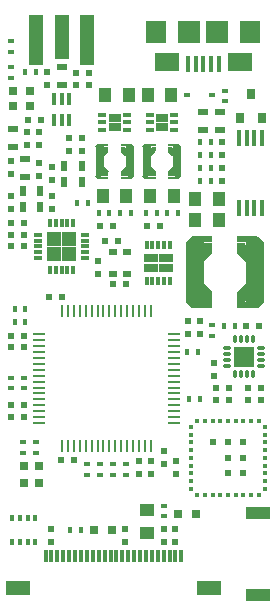
<source format=gts>
G04 #@! TF.FileFunction,Soldermask,Top*
%FSLAX46Y46*%
G04 Gerber Fmt 4.6, Leading zero omitted, Abs format (unit mm)*
G04 Created by KiCad (PCBNEW 4.0.6+dfsg1-1) date Thu Dec 21 22:59:20 2017*
%MOMM*%
%LPD*%
G01*
G04 APERTURE LIST*
%ADD10C,0.100000*%
%ADD11R,0.600000X0.500000*%
%ADD12R,0.800000X0.600000*%
%ADD13R,1.000000X0.250000*%
%ADD14R,0.250000X1.000000*%
%ADD15R,0.350000X0.500000*%
%ADD16R,1.250000X1.000000*%
%ADD17O,0.750000X0.300000*%
%ADD18O,0.300000X0.750000*%
%ADD19R,0.900000X0.900000*%
%ADD20R,0.400000X0.600000*%
%ADD21R,0.300000X1.000000*%
%ADD22R,2.000000X1.300000*%
%ADD23R,0.400000X0.300000*%
%ADD24R,0.300000X0.400000*%
%ADD25R,0.500000X0.500000*%
%ADD26R,0.600000X0.400000*%
%ADD27R,0.300000X0.730000*%
%ADD28R,0.730000X0.300000*%
%ADD29R,1.250000X1.250000*%
%ADD30R,0.500000X0.600000*%
%ADD31R,1.000000X1.250000*%
%ADD32R,0.797560X0.797560*%
%ADD33R,0.450000X1.450000*%
%ADD34R,0.650000X0.350000*%
%ADD35R,1.000000X0.800000*%
%ADD36R,0.300000X0.650000*%
%ADD37R,1.240000X0.775000*%
%ADD38R,0.900000X0.500000*%
%ADD39R,1.270000X4.191000*%
%ADD40R,1.270000X3.683000*%
%ADD41R,0.762000X2.540000*%
%ADD42R,0.889000X0.254000*%
%ADD43R,0.381000X0.444500*%
%ADD44R,0.500000X0.900000*%
%ADD45R,0.800000X0.900000*%
%ADD46R,0.600000X0.450000*%
%ADD47R,1.524000X5.080000*%
%ADD48R,1.778000X0.508000*%
%ADD49R,0.762000X0.889000*%
%ADD50R,2.000000X1.000000*%
%ADD51R,0.450000X1.000000*%
%ADD52R,0.400000X1.350000*%
%ADD53R,2.100000X1.600000*%
%ADD54R,1.900000X1.900000*%
%ADD55R,1.800000X1.900000*%
G04 APERTURE END LIST*
D10*
D11*
X51050000Y-98700000D03*
X52150000Y-98700000D03*
D12*
X56450000Y-94900000D03*
X57650000Y-94900000D03*
X56450000Y-96700000D03*
X57650000Y-96700000D03*
D13*
X50200000Y-101850000D03*
X50200000Y-102350000D03*
X50200000Y-102850000D03*
X50200000Y-103350000D03*
X50200000Y-103850000D03*
X50200000Y-104350000D03*
X50200000Y-104850000D03*
X50200000Y-105350000D03*
X50200000Y-105850000D03*
X50200000Y-106350000D03*
X50200000Y-106850000D03*
X50200000Y-107350000D03*
X50200000Y-107850000D03*
X50200000Y-108350000D03*
X50200000Y-108850000D03*
X50200000Y-109350000D03*
D14*
X52150000Y-111300000D03*
X52650000Y-111300000D03*
X53150000Y-111300000D03*
X53650000Y-111300000D03*
X54150000Y-111300000D03*
X54650000Y-111300000D03*
X55150000Y-111300000D03*
X55650000Y-111300000D03*
X56150000Y-111300000D03*
X56650000Y-111300000D03*
X57150000Y-111300000D03*
X57650000Y-111300000D03*
X58150000Y-111300000D03*
X58650000Y-111300000D03*
X59150000Y-111300000D03*
X59650000Y-111300000D03*
D13*
X61600000Y-109350000D03*
X61600000Y-108850000D03*
X61600000Y-108350000D03*
X61600000Y-107850000D03*
X61600000Y-107350000D03*
X61600000Y-106850000D03*
X61600000Y-106350000D03*
X61600000Y-105850000D03*
X61600000Y-105350000D03*
X61600000Y-104850000D03*
X61600000Y-104350000D03*
X61600000Y-103850000D03*
X61600000Y-103350000D03*
X61600000Y-102850000D03*
X61600000Y-102350000D03*
X61600000Y-101850000D03*
D14*
X59650000Y-99900000D03*
X59150000Y-99900000D03*
X58650000Y-99900000D03*
X58150000Y-99900000D03*
X57650000Y-99900000D03*
X57150000Y-99900000D03*
X56650000Y-99900000D03*
X56150000Y-99900000D03*
X55650000Y-99900000D03*
X55150000Y-99900000D03*
X54650000Y-99900000D03*
X54150000Y-99900000D03*
X53650000Y-99900000D03*
X53150000Y-99900000D03*
X52650000Y-99900000D03*
X52150000Y-99900000D03*
D15*
X47925000Y-119425000D03*
X48575000Y-119425000D03*
X49225000Y-119425000D03*
X49875000Y-119425000D03*
X47925000Y-117375000D03*
X48575000Y-117375000D03*
X49225000Y-117375000D03*
X49875000Y-117375000D03*
D16*
X59350000Y-116700000D03*
X59350000Y-118700000D03*
D17*
X66075000Y-103000000D03*
X66075000Y-103500000D03*
X66075000Y-104000000D03*
X66075000Y-104500000D03*
D18*
X66800000Y-105225000D03*
X67300000Y-105225000D03*
X67800000Y-105225000D03*
X68300000Y-105225000D03*
D17*
X69025000Y-104500000D03*
X69025000Y-104000000D03*
X69025000Y-103500000D03*
X69025000Y-103000000D03*
D18*
X68300000Y-102275000D03*
X67800000Y-102275000D03*
X67300000Y-102275000D03*
X66800000Y-102275000D03*
D19*
X68000000Y-104200000D03*
X68000000Y-103300000D03*
X67100000Y-104200000D03*
X67100000Y-103300000D03*
D20*
X62900000Y-107350000D03*
X63800000Y-107350000D03*
D21*
X50750000Y-120600000D03*
X51250000Y-120600000D03*
X51750000Y-120600000D03*
X52250000Y-120600000D03*
X52750000Y-120600000D03*
X53250000Y-120600000D03*
X53750000Y-120600000D03*
X54250000Y-120600000D03*
X54750000Y-120600000D03*
X55250000Y-120600000D03*
X55750000Y-120600000D03*
X56250000Y-120600000D03*
X56750000Y-120600000D03*
X57250000Y-120600000D03*
X57750000Y-120600000D03*
X58250000Y-120600000D03*
X58750000Y-120600000D03*
X59250000Y-120600000D03*
X59750000Y-120600000D03*
X60250000Y-120600000D03*
X60750000Y-120600000D03*
X61250000Y-120600000D03*
X61750000Y-120600000D03*
X62250000Y-120600000D03*
D22*
X48450000Y-123300000D03*
X64550000Y-123300000D03*
D23*
X69350000Y-114900000D03*
X69350000Y-114250000D03*
X69350000Y-113600000D03*
X69350000Y-112950000D03*
X69350000Y-112300000D03*
X69350000Y-111650000D03*
X69350000Y-111000000D03*
X69350000Y-110350000D03*
X69350000Y-109700000D03*
D24*
X68150000Y-109150000D03*
X67500000Y-109150000D03*
X66850000Y-109150000D03*
X66200000Y-109150000D03*
X65550000Y-109150000D03*
X64900000Y-109150000D03*
X64250000Y-109150000D03*
X63600000Y-109150000D03*
D23*
X63050000Y-109700000D03*
D24*
X68800000Y-109150000D03*
D23*
X63050000Y-110350000D03*
X63050000Y-111000000D03*
X63050000Y-111650000D03*
X63050000Y-112300000D03*
X63050000Y-112950000D03*
X63050000Y-113600000D03*
X63050000Y-114250000D03*
X63050000Y-114900000D03*
D24*
X63600000Y-115450000D03*
X64250000Y-115450000D03*
X64900000Y-115450000D03*
X65550000Y-115450000D03*
X66200000Y-115450000D03*
X66850000Y-115450000D03*
X67500000Y-115450000D03*
X68150000Y-115450000D03*
X68800000Y-115450000D03*
D25*
X66200000Y-112300000D03*
X67500000Y-112300000D03*
X66200000Y-113600000D03*
X67500000Y-113600000D03*
X66200000Y-111000000D03*
X67500000Y-111000000D03*
X64900000Y-111000000D03*
D26*
X48950000Y-105500000D03*
X48950000Y-106400000D03*
X54300000Y-112850000D03*
X54300000Y-113750000D03*
X55400000Y-113750000D03*
X55400000Y-112850000D03*
D27*
X53100000Y-92435000D03*
X52600000Y-92435000D03*
X52100000Y-92435000D03*
X51600000Y-92435000D03*
X51100000Y-92435000D03*
D28*
X50135000Y-93400000D03*
X50135000Y-93900000D03*
X50135000Y-94400000D03*
X50135000Y-94900000D03*
X50135000Y-95400000D03*
D27*
X51100000Y-96365000D03*
X51600000Y-96365000D03*
X52100000Y-96365000D03*
X52600000Y-96365000D03*
X53100000Y-96365000D03*
D28*
X54065000Y-95400000D03*
X54065000Y-94900000D03*
X54065000Y-94400000D03*
X54065000Y-93900000D03*
X54065000Y-93400000D03*
D29*
X51475000Y-95025000D03*
X52725000Y-95025000D03*
X51475000Y-93775000D03*
X52725000Y-93775000D03*
D30*
X52750000Y-86300000D03*
X52750000Y-85200000D03*
D11*
X48950000Y-92400000D03*
X47850000Y-92400000D03*
X48950000Y-94400000D03*
X47850000Y-94400000D03*
X48950000Y-93400000D03*
X47850000Y-93400000D03*
X56850000Y-93950000D03*
X55750000Y-93950000D03*
D31*
X65400000Y-92150000D03*
X63400000Y-92150000D03*
D30*
X65700000Y-88900000D03*
X65700000Y-87800000D03*
D31*
X65400000Y-90350000D03*
X63400000Y-90350000D03*
X57800000Y-81600000D03*
X55800000Y-81600000D03*
D11*
X59350000Y-92650000D03*
X60450000Y-92650000D03*
D31*
X59600000Y-90150000D03*
X61600000Y-90150000D03*
D30*
X65000000Y-104250000D03*
X65000000Y-105350000D03*
D11*
X68850000Y-101150000D03*
X67750000Y-101150000D03*
X66250000Y-106400000D03*
X65150000Y-106400000D03*
X67850000Y-106400000D03*
X68950000Y-106400000D03*
X67850000Y-107400000D03*
X68950000Y-107400000D03*
D30*
X47800000Y-91250000D03*
X47800000Y-90150000D03*
X51300000Y-90150000D03*
X51300000Y-91250000D03*
X50200000Y-88450000D03*
X50200000Y-87350000D03*
X47800000Y-88300000D03*
X47800000Y-87200000D03*
X50200000Y-85850000D03*
X50200000Y-84750000D03*
X49200000Y-85850000D03*
X49200000Y-84750000D03*
X65700000Y-86700000D03*
X65700000Y-85600000D03*
X51250000Y-118350000D03*
X51250000Y-119450000D03*
X57500000Y-118350000D03*
X57500000Y-119450000D03*
X55200000Y-95650000D03*
X55200000Y-96750000D03*
X61750000Y-118350000D03*
X61750000Y-119450000D03*
X60750000Y-118350000D03*
X60750000Y-119450000D03*
D11*
X47850000Y-101950000D03*
X48950000Y-101950000D03*
X48950000Y-108850000D03*
X47850000Y-108850000D03*
X48950000Y-107850000D03*
X47850000Y-107850000D03*
X47850000Y-102950000D03*
X48950000Y-102950000D03*
D30*
X62800000Y-100750000D03*
X62800000Y-101850000D03*
X59650000Y-113650000D03*
X59650000Y-112550000D03*
D11*
X52050000Y-112500000D03*
X53150000Y-112500000D03*
D30*
X63800000Y-100750000D03*
X63800000Y-101850000D03*
X58650000Y-113650000D03*
X58650000Y-112550000D03*
D32*
X49449300Y-82500000D03*
X47950700Y-82500000D03*
X48900000Y-112950700D03*
X48900000Y-114449300D03*
X62000700Y-117050000D03*
X63499300Y-117050000D03*
D33*
X67125000Y-91150000D03*
X67775000Y-91150000D03*
X68425000Y-91150000D03*
X69075000Y-91150000D03*
X69075000Y-85250000D03*
X68425000Y-85250000D03*
X67775000Y-85250000D03*
X67125000Y-85250000D03*
D34*
X61650000Y-84550000D03*
X61650000Y-83900000D03*
X61650000Y-83250000D03*
X59550000Y-83250000D03*
X59550000Y-83900000D03*
X59550000Y-84550000D03*
D35*
X60600000Y-83500000D03*
X60600000Y-84300000D03*
D36*
X61300000Y-94250000D03*
X60800000Y-94250000D03*
X60300000Y-94250000D03*
X59800000Y-94250000D03*
X59300000Y-94250000D03*
X59300000Y-97350000D03*
X59800000Y-97350000D03*
X60300000Y-97350000D03*
X60800000Y-97350000D03*
X61300000Y-97350000D03*
D37*
X59680000Y-96187500D03*
X60920000Y-96187500D03*
X59680000Y-95412500D03*
X60920000Y-95412500D03*
D20*
X63850000Y-88900000D03*
X64750000Y-88900000D03*
X64750000Y-87800000D03*
X63850000Y-87800000D03*
D26*
X47850000Y-106400000D03*
X47850000Y-105500000D03*
X57600000Y-113750000D03*
X57600000Y-112850000D03*
X56500000Y-112850000D03*
X56500000Y-113750000D03*
D20*
X59250000Y-91600000D03*
X60150000Y-91600000D03*
X61050000Y-91600000D03*
X61950000Y-91600000D03*
D26*
X64850000Y-101950000D03*
X64850000Y-101050000D03*
X47850000Y-77000000D03*
X47850000Y-77900000D03*
X48800000Y-110950000D03*
X48800000Y-111850000D03*
D20*
X66750000Y-101150000D03*
X65850000Y-101150000D03*
X53450000Y-90750000D03*
X54350000Y-90750000D03*
D38*
X65500000Y-83050000D03*
X65500000Y-84550000D03*
D26*
X60800000Y-116350000D03*
X60800000Y-117250000D03*
D38*
X64100000Y-84550000D03*
X64100000Y-83050000D03*
D20*
X48150000Y-99700000D03*
X49050000Y-99700000D03*
X48150000Y-100800000D03*
X49050000Y-100800000D03*
X64750000Y-86700000D03*
X63850000Y-86700000D03*
X64750000Y-85600000D03*
X63850000Y-85600000D03*
X63650000Y-103350000D03*
X62750000Y-103350000D03*
D39*
X54246300Y-76895500D03*
X49953700Y-76895500D03*
D40*
X52100000Y-76641500D03*
D31*
X61400000Y-81600000D03*
X59400000Y-81600000D03*
D11*
X55350000Y-92650000D03*
X56450000Y-92650000D03*
D31*
X55600000Y-90150000D03*
X57600000Y-90150000D03*
D20*
X55250000Y-91600000D03*
X56150000Y-91600000D03*
X57050000Y-91600000D03*
X57950000Y-91600000D03*
D34*
X57650000Y-84550000D03*
X57650000Y-83900000D03*
X57650000Y-83250000D03*
X55550000Y-83250000D03*
X55550000Y-83900000D03*
X55550000Y-84550000D03*
D35*
X56600000Y-83500000D03*
X56600000Y-84300000D03*
D41*
X61870000Y-87200000D03*
X59330000Y-87200000D03*
D42*
X61552500Y-88597000D03*
X61552500Y-85803000D03*
X59647500Y-88597000D03*
X59647500Y-85803000D03*
D43*
X61298500Y-86152250D03*
X59901500Y-86152250D03*
X59901500Y-88247750D03*
X61298500Y-88247750D03*
D10*
G36*
X61997000Y-85676038D02*
X62250962Y-85930000D01*
X61997000Y-86183962D01*
X61743038Y-85930000D01*
X61997000Y-85676038D01*
X61997000Y-85676038D01*
G37*
G36*
X61997000Y-88216038D02*
X62250962Y-88470000D01*
X61997000Y-88723962D01*
X61743038Y-88470000D01*
X61997000Y-88216038D01*
X61997000Y-88216038D01*
G37*
G36*
X59203000Y-88216038D02*
X59456962Y-88470000D01*
X59203000Y-88723962D01*
X58949038Y-88470000D01*
X59203000Y-88216038D01*
X59203000Y-88216038D01*
G37*
G36*
X59203000Y-85676038D02*
X59456962Y-85930000D01*
X59203000Y-86183962D01*
X58949038Y-85930000D01*
X59203000Y-85676038D01*
X59203000Y-85676038D01*
G37*
G36*
X61489000Y-85993737D02*
X61869763Y-86374500D01*
X61489000Y-86755263D01*
X61108237Y-86374500D01*
X61489000Y-85993737D01*
X61489000Y-85993737D01*
G37*
G36*
X61489000Y-87644737D02*
X61869763Y-88025500D01*
X61489000Y-88406263D01*
X61108237Y-88025500D01*
X61489000Y-87644737D01*
X61489000Y-87644737D01*
G37*
G36*
X59711000Y-87644737D02*
X60091763Y-88025500D01*
X59711000Y-88406263D01*
X59330237Y-88025500D01*
X59711000Y-87644737D01*
X59711000Y-87644737D01*
G37*
G36*
X59711000Y-85993737D02*
X60091763Y-86374500D01*
X59711000Y-86755263D01*
X59330237Y-86374500D01*
X59711000Y-85993737D01*
X59711000Y-85993737D01*
G37*
D41*
X57870000Y-87200000D03*
X55330000Y-87200000D03*
D42*
X57552500Y-88597000D03*
X57552500Y-85803000D03*
X55647500Y-88597000D03*
X55647500Y-85803000D03*
D43*
X57298500Y-86152250D03*
X55901500Y-86152250D03*
X55901500Y-88247750D03*
X57298500Y-88247750D03*
D10*
G36*
X57997000Y-85676038D02*
X58250962Y-85930000D01*
X57997000Y-86183962D01*
X57743038Y-85930000D01*
X57997000Y-85676038D01*
X57997000Y-85676038D01*
G37*
G36*
X57997000Y-88216038D02*
X58250962Y-88470000D01*
X57997000Y-88723962D01*
X57743038Y-88470000D01*
X57997000Y-88216038D01*
X57997000Y-88216038D01*
G37*
G36*
X55203000Y-88216038D02*
X55456962Y-88470000D01*
X55203000Y-88723962D01*
X54949038Y-88470000D01*
X55203000Y-88216038D01*
X55203000Y-88216038D01*
G37*
G36*
X55203000Y-85676038D02*
X55456962Y-85930000D01*
X55203000Y-86183962D01*
X54949038Y-85930000D01*
X55203000Y-85676038D01*
X55203000Y-85676038D01*
G37*
G36*
X57489000Y-85993737D02*
X57869763Y-86374500D01*
X57489000Y-86755263D01*
X57108237Y-86374500D01*
X57489000Y-85993737D01*
X57489000Y-85993737D01*
G37*
G36*
X57489000Y-87644737D02*
X57869763Y-88025500D01*
X57489000Y-88406263D01*
X57108237Y-88025500D01*
X57489000Y-87644737D01*
X57489000Y-87644737D01*
G37*
G36*
X55711000Y-87644737D02*
X56091763Y-88025500D01*
X55711000Y-88406263D01*
X55330237Y-88025500D01*
X55711000Y-87644737D01*
X55711000Y-87644737D01*
G37*
G36*
X55711000Y-85993737D02*
X56091763Y-86374500D01*
X55711000Y-86755263D01*
X55330237Y-86374500D01*
X55711000Y-85993737D01*
X55711000Y-85993737D01*
G37*
D32*
X54850700Y-118450000D03*
X56349300Y-118450000D03*
D20*
X52850000Y-118450000D03*
X53750000Y-118450000D03*
D30*
X51300000Y-88800000D03*
X51300000Y-87700000D03*
D11*
X49250000Y-83700000D03*
X50350000Y-83700000D03*
X53350000Y-80750000D03*
X54450000Y-80750000D03*
D30*
X50900000Y-80700000D03*
X50900000Y-79600000D03*
D11*
X53350000Y-79750000D03*
X54450000Y-79750000D03*
D38*
X52100000Y-79250000D03*
X52100000Y-80750000D03*
D44*
X48800000Y-89700000D03*
X50300000Y-89700000D03*
D38*
X49000000Y-87000000D03*
X49000000Y-88500000D03*
X48000000Y-84500000D03*
X48000000Y-86000000D03*
D44*
X50300000Y-91100000D03*
X48800000Y-91100000D03*
X52300000Y-88950000D03*
X53800000Y-88950000D03*
D45*
X67200000Y-83500000D03*
X69100000Y-83500000D03*
X68150000Y-81500000D03*
D26*
X65950000Y-81200000D03*
X65950000Y-82100000D03*
D46*
X62750000Y-81600000D03*
X64850000Y-81600000D03*
D11*
X66250000Y-107400000D03*
X65150000Y-107400000D03*
D30*
X60800000Y-111750000D03*
X60800000Y-112850000D03*
X61800000Y-112550000D03*
X61800000Y-113650000D03*
D32*
X49449300Y-81200000D03*
X47950700Y-81200000D03*
D26*
X47850000Y-80100000D03*
X47850000Y-79200000D03*
D47*
X68440000Y-96600000D03*
X63360000Y-96600000D03*
D48*
X67805000Y-99394000D03*
X67805000Y-93806000D03*
X63995000Y-99394000D03*
X63995000Y-93806000D03*
D49*
X67297000Y-94504500D03*
X64503000Y-94504500D03*
X64503000Y-98695500D03*
X67297000Y-98695500D03*
D10*
G36*
X68694000Y-93552077D02*
X69201923Y-94060000D01*
X68694000Y-94567923D01*
X68186077Y-94060000D01*
X68694000Y-93552077D01*
X68694000Y-93552077D01*
G37*
G36*
X68694000Y-98632077D02*
X69201923Y-99140000D01*
X68694000Y-99647923D01*
X68186077Y-99140000D01*
X68694000Y-98632077D01*
X68694000Y-98632077D01*
G37*
G36*
X63106000Y-98632077D02*
X63613923Y-99140000D01*
X63106000Y-99647923D01*
X62598077Y-99140000D01*
X63106000Y-98632077D01*
X63106000Y-98632077D01*
G37*
G36*
X63106000Y-93552077D02*
X63613923Y-94060000D01*
X63106000Y-94567923D01*
X62598077Y-94060000D01*
X63106000Y-93552077D01*
X63106000Y-93552077D01*
G37*
G36*
X67678000Y-94187473D02*
X68439527Y-94949000D01*
X67678000Y-95710527D01*
X66916473Y-94949000D01*
X67678000Y-94187473D01*
X67678000Y-94187473D01*
G37*
G36*
X67678000Y-97489473D02*
X68439527Y-98251000D01*
X67678000Y-99012527D01*
X66916473Y-98251000D01*
X67678000Y-97489473D01*
X67678000Y-97489473D01*
G37*
G36*
X64122000Y-97489473D02*
X64883527Y-98251000D01*
X64122000Y-99012527D01*
X63360473Y-98251000D01*
X64122000Y-97489473D01*
X64122000Y-97489473D01*
G37*
G36*
X64122000Y-94187473D02*
X64883527Y-94949000D01*
X64122000Y-95710527D01*
X63360473Y-94949000D01*
X64122000Y-94187473D01*
X64122000Y-94187473D01*
G37*
D50*
X68750000Y-116950000D03*
X68750000Y-123950000D03*
D51*
X51450000Y-83700000D03*
X52100000Y-83700000D03*
X52750000Y-83700000D03*
X52750000Y-81900000D03*
X52100000Y-81900000D03*
X51450000Y-81900000D03*
D52*
X65400000Y-78950000D03*
X64750000Y-78950000D03*
X64100000Y-78950000D03*
X63450000Y-78950000D03*
X62800000Y-78950000D03*
D53*
X61000000Y-78825000D03*
X67200000Y-78825000D03*
D54*
X65300000Y-76275000D03*
X62900000Y-76275000D03*
D55*
X68100000Y-76275000D03*
X60100000Y-76275000D03*
D30*
X53800000Y-85200000D03*
X53800000Y-86300000D03*
D44*
X53800000Y-87550000D03*
X52300000Y-87550000D03*
D20*
X49950000Y-79600000D03*
X49050000Y-79600000D03*
D32*
X50200000Y-112950700D03*
X50200000Y-114449300D03*
D26*
X49900000Y-110950000D03*
X49900000Y-111850000D03*
D11*
X57550000Y-97600000D03*
X56450000Y-97600000D03*
M02*

</source>
